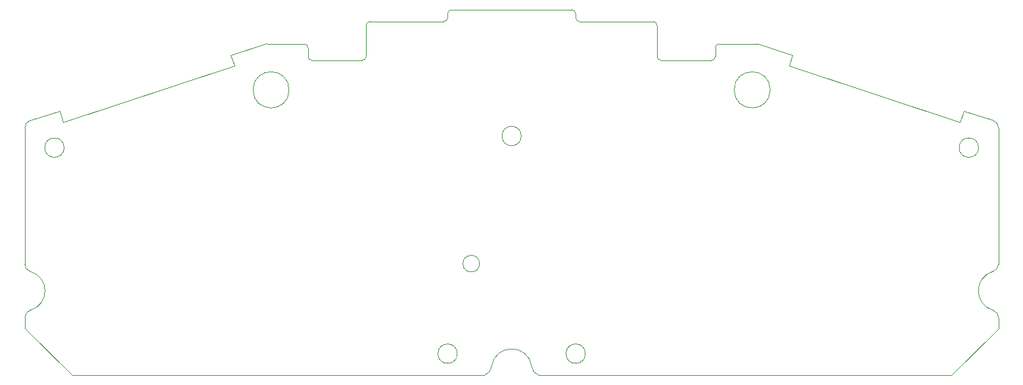
<source format=gbr>
G04 #@! TF.GenerationSoftware,KiCad,Pcbnew,7.0.6*
G04 #@! TF.CreationDate,2023-12-22T13:04:07-08:00*
G04 #@! TF.ProjectId,sgpp_main_pcb,73677070-5f6d-4616-996e-5f7063622e6b,1*
G04 #@! TF.SameCoordinates,Original*
G04 #@! TF.FileFunction,Profile,NP*
%FSLAX46Y46*%
G04 Gerber Fmt 4.6, Leading zero omitted, Abs format (unit mm)*
G04 Created by KiCad (PCBNEW 7.0.6) date 2023-12-22 13:04:07*
%MOMM*%
%LPD*%
G01*
G04 APERTURE LIST*
G04 #@! TA.AperFunction,Profile*
%ADD10C,0.100000*%
G04 #@! TD*
G04 APERTURE END LIST*
D10*
X146520623Y-123535062D02*
G75*
G03*
X147423719Y-122392475I-463523J1294562D01*
G01*
X141259641Y-77952316D02*
X131759641Y-77952316D01*
X212740641Y-117479875D02*
X212740641Y-116118556D01*
X159500000Y-120757594D02*
G75*
G03*
X159500000Y-120757594I-1250000J0D01*
G01*
X87259379Y-109202084D02*
G75*
G03*
X87981590Y-110162733I1000121J84D01*
G01*
X130759641Y-82952341D02*
G75*
G03*
X131259641Y-82452316I59J499941D01*
G01*
X152579169Y-122414386D02*
G75*
G03*
X153479369Y-123535083I1363931J173686D01*
G01*
X87259359Y-91659315D02*
X87259359Y-109202084D01*
X153479368Y-123535088D02*
G75*
G03*
X153648009Y-123564384I168632J470688D01*
G01*
X92330000Y-94207425D02*
G75*
G03*
X92330000Y-94207425I-1250000J0D01*
G01*
X212740640Y-109202084D02*
X212740641Y-91659315D01*
X87981583Y-115158067D02*
G75*
G03*
X87981590Y-110162735I-722183J2497667D01*
G01*
X210170000Y-94207425D02*
G75*
G03*
X210170000Y-94207425I-1250000J0D01*
G01*
X152579165Y-122414387D02*
G75*
G03*
X147423720Y-122392475I-2579165J-328413D01*
G01*
X141759641Y-76935616D02*
X141759641Y-77452316D01*
X123759625Y-81337375D02*
G75*
G03*
X123259641Y-80837375I-500025J-25D01*
G01*
X181511818Y-80837375D02*
X176740359Y-80837375D01*
X175740359Y-82952259D02*
G75*
G03*
X176240359Y-82452316I41J499959D01*
G01*
X206656131Y-123564384D02*
X212740641Y-117479875D01*
X114260159Y-83683134D02*
X92230941Y-90960075D01*
X123259641Y-80837375D02*
X118488182Y-80837375D01*
X131759641Y-77952341D02*
G75*
G03*
X131259641Y-78452316I59J-500059D01*
G01*
X212018402Y-110162709D02*
G75*
G03*
X212018410Y-115158094I722198J-2497691D01*
G01*
X176740359Y-80837359D02*
G75*
G03*
X176240359Y-81337375I41J-500041D01*
G01*
X158240384Y-76935616D02*
G75*
G03*
X157740359Y-76435616I-499984J16D01*
G01*
X212018421Y-110162775D02*
G75*
G03*
X212740640Y-109202084I-277821J960675D01*
G01*
X92230941Y-90960075D02*
X91740909Y-89476625D01*
X212049650Y-90708256D02*
X208259091Y-89476625D01*
X158240359Y-77452316D02*
X158240359Y-76935616D01*
X146352000Y-123564390D02*
G75*
G03*
X146520631Y-123535084I-100J500390D01*
G01*
X151250000Y-92707594D02*
G75*
G03*
X151250000Y-92707594I-1250000J0D01*
G01*
X181820837Y-80886324D02*
G75*
G03*
X181511818Y-80837375I-309037J-951076D01*
G01*
X91740909Y-89476625D02*
X87950350Y-90708256D01*
X118179160Y-80886315D02*
X113805691Y-82307344D01*
X87981592Y-115158096D02*
G75*
G03*
X87259359Y-116119244I277708J-960604D01*
G01*
X141259641Y-77952341D02*
G75*
G03*
X141759641Y-77452316I59J499941D01*
G01*
X142259641Y-76435641D02*
G75*
G03*
X141759641Y-76935616I59J-500059D01*
G01*
X168740359Y-82452316D02*
X168740359Y-78452316D01*
X207769059Y-90960075D02*
X185739841Y-83683134D01*
X176240359Y-81337375D02*
X176240359Y-82452316D01*
X168740384Y-82452316D02*
G75*
G03*
X169240359Y-82952316I500016J16D01*
G01*
X175740359Y-82952316D02*
X169240359Y-82952316D01*
X131259641Y-78452316D02*
X131259641Y-82452316D01*
X212740598Y-91659315D02*
G75*
G03*
X212049650Y-90708256I-999998J15D01*
G01*
X118488182Y-80837383D02*
G75*
G03*
X118179160Y-80886316I-82J-999717D01*
G01*
X183325000Y-86757425D02*
G75*
G03*
X183325000Y-86757425I-2325000J0D01*
G01*
X87259359Y-117479875D02*
X93343869Y-123564384D01*
X158240384Y-77452316D02*
G75*
G03*
X158740359Y-77952316I500016J16D01*
G01*
X157740359Y-76435616D02*
X142259641Y-76435616D01*
X121325000Y-86757425D02*
G75*
G03*
X121325000Y-86757425I-2325000J0D01*
G01*
X185739841Y-83683134D02*
X186194309Y-82307344D01*
X212740571Y-116118556D02*
G75*
G03*
X212018410Y-115158094I-999971J-144D01*
G01*
X93343869Y-123564384D02*
X146352000Y-123564384D01*
X153648009Y-123564384D02*
X206656131Y-123564384D01*
X145865000Y-109157425D02*
G75*
G03*
X145865000Y-109157425I-1075000J0D01*
G01*
X123759641Y-82452316D02*
X123759641Y-81337375D01*
X87950337Y-90708215D02*
G75*
G03*
X87259359Y-91659315I309063J-951085D01*
G01*
X130759641Y-82952316D02*
X124259641Y-82952316D01*
X208259091Y-89476625D02*
X207769059Y-90960075D01*
X168740384Y-78452316D02*
G75*
G03*
X168240359Y-77952316I-499984J16D01*
G01*
X123759684Y-82452316D02*
G75*
G03*
X124259641Y-82952316I499916J-84D01*
G01*
X113805691Y-82307344D02*
X114260159Y-83683134D01*
X143000000Y-120757594D02*
G75*
G03*
X143000000Y-120757594I-1250000J0D01*
G01*
X168240359Y-77952316D02*
X158740359Y-77952316D01*
X87259359Y-116119244D02*
X87259359Y-117479875D01*
X186194309Y-82307344D02*
X181820840Y-80886315D01*
M02*

</source>
